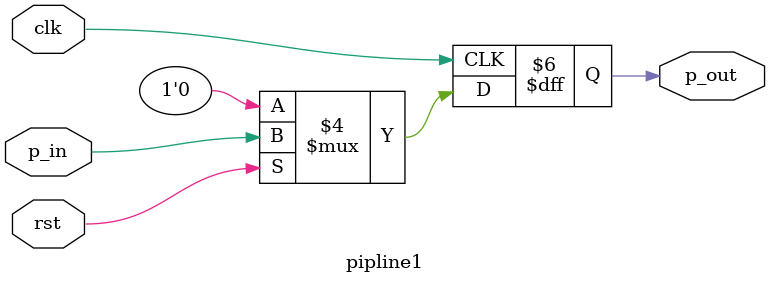
<source format=v>
module pipline1 (
    input clk,
    input rst,
    input p_in,
    output reg p_out
);
    always @(posedge clk) begin
        if (!rst) begin
            p_out <= 0;
        end
        else begin
            p_out <= p_in;
        end
    end
endmodule

</source>
